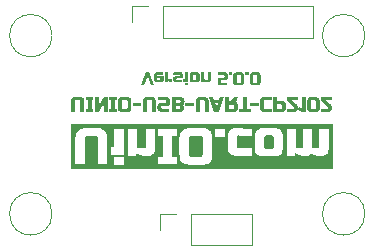
<source format=gbo>
%TF.GenerationSoftware,KiCad,Pcbnew,8.0.6*%
%TF.CreationDate,2024-11-25T12:43:08+08:00*%
%TF.ProjectId,UINIO-USB-UART-CP2102,55494e49-4f2d-4555-9342-2d554152542d,Version 5.0.0*%
%TF.SameCoordinates,PX8203930PY518daf8*%
%TF.FileFunction,Legend,Bot*%
%TF.FilePolarity,Positive*%
%FSLAX46Y46*%
G04 Gerber Fmt 4.6, Leading zero omitted, Abs format (unit mm)*
G04 Created by KiCad (PCBNEW 8.0.6) date 2024-11-25 12:43:08*
%MOMM*%
%LPD*%
G01*
G04 APERTURE LIST*
%ADD10C,0.160000*%
%ADD11C,0.125000*%
%ADD12C,0.100000*%
%ADD13C,0.120000*%
%ADD14C,2.200000*%
%ADD15O,1.900000X1.000000*%
%ADD16O,2.100000X1.000000*%
%ADD17C,0.650000*%
%ADD18O,1.700000X1.700000*%
%ADD19R,1.700000X1.700000*%
G04 APERTURE END LIST*
D10*
G36*
X3502630Y-9049615D02*
G01*
X3833090Y-9049615D01*
X3833090Y-8157371D01*
X3830101Y-8091379D01*
X3819059Y-8023278D01*
X3799880Y-7964751D01*
X3767998Y-7909587D01*
X3748072Y-7886694D01*
X3699272Y-7849498D01*
X3637893Y-7822930D01*
X3573867Y-7808400D01*
X3511321Y-7802422D01*
X3477394Y-7801675D01*
X3079640Y-7801675D01*
X3013556Y-7804664D01*
X2945402Y-7815707D01*
X2886879Y-7834886D01*
X2831790Y-7866767D01*
X2808963Y-7886694D01*
X2771767Y-7935606D01*
X2745199Y-7997022D01*
X2730669Y-8061020D01*
X2724692Y-8123496D01*
X2723944Y-8157371D01*
X2723944Y-9049615D01*
X3054405Y-9049615D01*
X3054405Y-8157371D01*
X3069973Y-8096490D01*
X3121561Y-8065636D01*
X3148736Y-8063340D01*
X3408298Y-8063340D01*
X3469374Y-8078859D01*
X3501156Y-8135332D01*
X3502630Y-8157371D01*
X3502630Y-9049615D01*
G37*
G36*
X4604565Y-7819100D02*
G01*
X3962571Y-7819100D01*
X3962571Y-8080464D01*
X4118188Y-8080464D01*
X4118188Y-8788250D01*
X3962571Y-8788250D01*
X3962571Y-9049615D01*
X4604565Y-9049615D01*
X4604565Y-8788250D01*
X4448949Y-8788250D01*
X4448949Y-8080464D01*
X4604565Y-8080464D01*
X4604565Y-7819100D01*
G37*
G36*
X5811347Y-7819100D02*
G01*
X5467368Y-7819100D01*
X5067210Y-8519375D01*
X5067210Y-7819100D01*
X4736750Y-7819100D01*
X4736750Y-9049615D01*
X5080729Y-9049615D01*
X5480586Y-8349639D01*
X5480586Y-9049615D01*
X5811347Y-9049615D01*
X5811347Y-7819100D01*
G37*
G36*
X6583724Y-7819100D02*
G01*
X5941729Y-7819100D01*
X5941729Y-8080464D01*
X6097346Y-8080464D01*
X6097346Y-8788250D01*
X5941729Y-8788250D01*
X5941729Y-9049615D01*
X6583724Y-9049615D01*
X6583724Y-8788250D01*
X6428107Y-8788250D01*
X6428107Y-8080464D01*
X6583724Y-8080464D01*
X6583724Y-7819100D01*
G37*
G36*
X7503285Y-7802422D02*
G01*
X7565830Y-7808400D01*
X7629857Y-7822930D01*
X7691236Y-7849498D01*
X7740035Y-7886694D01*
X7759962Y-7909587D01*
X7791844Y-7964751D01*
X7811023Y-8023278D01*
X7822065Y-8091379D01*
X7825054Y-8157371D01*
X7825054Y-8711343D01*
X7824307Y-8745216D01*
X7818329Y-8807670D01*
X7803799Y-8871616D01*
X7777231Y-8932939D01*
X7740035Y-8981720D01*
X7717208Y-9001716D01*
X7662119Y-9033711D01*
X7603596Y-9052958D01*
X7535442Y-9064039D01*
X7469358Y-9067039D01*
X7036755Y-9067039D01*
X7002880Y-9066289D01*
X6940404Y-9060290D01*
X6876407Y-9045709D01*
X6814990Y-9019047D01*
X6766078Y-8981720D01*
X6746152Y-8958897D01*
X6714270Y-8903846D01*
X6695091Y-8845387D01*
X6684048Y-8777325D01*
X6681060Y-8711343D01*
X6681060Y-8157371D01*
X7011821Y-8157371D01*
X7011821Y-8711343D01*
X7013294Y-8733382D01*
X7045076Y-8789855D01*
X7106152Y-8805374D01*
X7400262Y-8805374D01*
X7427437Y-8803078D01*
X7479025Y-8772224D01*
X7494593Y-8711343D01*
X7494593Y-8157371D01*
X7493119Y-8135332D01*
X7461338Y-8078859D01*
X7400262Y-8063340D01*
X7106152Y-8063340D01*
X7078976Y-8065636D01*
X7027389Y-8096490D01*
X7011821Y-8157371D01*
X6681060Y-8157371D01*
X6681807Y-8123496D01*
X6687785Y-8061020D01*
X6702314Y-7997022D01*
X6728882Y-7935606D01*
X6766078Y-7886694D01*
X6788971Y-7866767D01*
X6844135Y-7834886D01*
X6902662Y-7815707D01*
X6970763Y-7804664D01*
X7036755Y-7801675D01*
X7469358Y-7801675D01*
X7503285Y-7802422D01*
G37*
G36*
X7920887Y-8303675D02*
G01*
X7920887Y-8565039D01*
X8649403Y-8565039D01*
X8649403Y-8303675D01*
X7920887Y-8303675D01*
G37*
G36*
X9560272Y-9049615D02*
G01*
X9890733Y-9049615D01*
X9890733Y-8157371D01*
X9887744Y-8091379D01*
X9876702Y-8023278D01*
X9857523Y-7964751D01*
X9825641Y-7909587D01*
X9805714Y-7886694D01*
X9756915Y-7849498D01*
X9695536Y-7822930D01*
X9631509Y-7808400D01*
X9568964Y-7802422D01*
X9535037Y-7801675D01*
X9137283Y-7801675D01*
X9071199Y-7804664D01*
X9003045Y-7815707D01*
X8944522Y-7834886D01*
X8889433Y-7866767D01*
X8866606Y-7886694D01*
X8829410Y-7935606D01*
X8802842Y-7997022D01*
X8788312Y-8061020D01*
X8782334Y-8123496D01*
X8781587Y-8157371D01*
X8781587Y-9049615D01*
X9112048Y-9049615D01*
X9112048Y-8157371D01*
X9127616Y-8096490D01*
X9179204Y-8065636D01*
X9206379Y-8063340D01*
X9465941Y-8063340D01*
X9527017Y-8078859D01*
X9558798Y-8135332D01*
X9560272Y-8157371D01*
X9560272Y-9049615D01*
G37*
G36*
X10035835Y-8089777D02*
G01*
X10123800Y-8085052D01*
X10206204Y-8080792D01*
X10283048Y-8076997D01*
X10354331Y-8073667D01*
X10420053Y-8070801D01*
X10480214Y-8068400D01*
X10551780Y-8065922D01*
X10613459Y-8064269D01*
X10676657Y-8063366D01*
X10687443Y-8063340D01*
X10743622Y-8083768D01*
X10764351Y-8140247D01*
X10764351Y-8286251D01*
X10375909Y-8286251D01*
X10309825Y-8289240D01*
X10241671Y-8300282D01*
X10183148Y-8319461D01*
X10128059Y-8351343D01*
X10105232Y-8371269D01*
X10068036Y-8420068D01*
X10041468Y-8481448D01*
X10026938Y-8545474D01*
X10020961Y-8608020D01*
X10020213Y-8641946D01*
X10020213Y-8693919D01*
X10023202Y-8760003D01*
X10034245Y-8828157D01*
X10053424Y-8886680D01*
X10085306Y-8941769D01*
X10105232Y-8964596D01*
X10154031Y-9001792D01*
X10215410Y-9028360D01*
X10279437Y-9042889D01*
X10341983Y-9048867D01*
X10375909Y-9049615D01*
X10992969Y-9049615D01*
X10992969Y-8788250D01*
X10445005Y-8788250D01*
X10384124Y-8772682D01*
X10353270Y-8721094D01*
X10350974Y-8693919D01*
X10350974Y-8659371D01*
X10366493Y-8598295D01*
X10422967Y-8566513D01*
X10445005Y-8565039D01*
X10756540Y-8565039D01*
X10818343Y-8562135D01*
X10882357Y-8551404D01*
X10944848Y-8529460D01*
X10995962Y-8497188D01*
X11012196Y-8482424D01*
X11052132Y-8428922D01*
X11076658Y-8369274D01*
X11089648Y-8307749D01*
X11094730Y-8237513D01*
X11094811Y-8226768D01*
X11094811Y-8140247D01*
X11091907Y-8078332D01*
X11081176Y-8014186D01*
X11059232Y-7951544D01*
X11026960Y-7900280D01*
X11012196Y-7883990D01*
X10958694Y-7844199D01*
X10899046Y-7819762D01*
X10837521Y-7806820D01*
X10767285Y-7801756D01*
X10756540Y-7801675D01*
X10694440Y-7802101D01*
X10629996Y-7803379D01*
X10569379Y-7805280D01*
X10410157Y-7812190D01*
X10343084Y-7815732D01*
X10274574Y-7819822D01*
X10204628Y-7824462D01*
X10133246Y-7829652D01*
X10072663Y-7834396D01*
X10035835Y-7837425D01*
X10035835Y-8089777D01*
G37*
G36*
X11990007Y-7819180D02*
G01*
X12060357Y-7824244D01*
X12121966Y-7837186D01*
X12181674Y-7861623D01*
X12235200Y-7901414D01*
X12249965Y-7917702D01*
X12282236Y-7968933D01*
X12304181Y-8031504D01*
X12314911Y-8095557D01*
X12317816Y-8157371D01*
X12317798Y-8161897D01*
X12313309Y-8225641D01*
X12299790Y-8285049D01*
X12274050Y-8346404D01*
X12236958Y-8402300D01*
X12191679Y-8443026D01*
X12130955Y-8470708D01*
X12179211Y-8505360D01*
X12218978Y-8554524D01*
X12245660Y-8605439D01*
X12261266Y-8665655D01*
X12265843Y-8728467D01*
X12261890Y-8795253D01*
X12247690Y-8861970D01*
X12223164Y-8918435D01*
X12183228Y-8969703D01*
X12172583Y-8979380D01*
X12115881Y-9015200D01*
X12053389Y-9036426D01*
X11989375Y-9046805D01*
X11927572Y-9049615D01*
X11225794Y-9049615D01*
X11225794Y-8788250D01*
X11556254Y-8788250D01*
X11841051Y-8788250D01*
X11863090Y-8786776D01*
X11919563Y-8754995D01*
X11935082Y-8693919D01*
X11935082Y-8659371D01*
X11932787Y-8632195D01*
X11901933Y-8580608D01*
X11841051Y-8565039D01*
X11556254Y-8565039D01*
X11556254Y-8788250D01*
X11225794Y-8788250D01*
X11225794Y-8303675D01*
X11556254Y-8303675D01*
X11892723Y-8303675D01*
X11919899Y-8301372D01*
X11971486Y-8270419D01*
X11987055Y-8209343D01*
X11987055Y-8174795D01*
X11984752Y-8147620D01*
X11953799Y-8096032D01*
X11892723Y-8080464D01*
X11556254Y-8080464D01*
X11556254Y-8303675D01*
X11225794Y-8303675D01*
X11225794Y-7819100D01*
X11979244Y-7819100D01*
X11990007Y-7819180D01*
G37*
G36*
X12395924Y-8303675D02*
G01*
X12395924Y-8565039D01*
X13124440Y-8565039D01*
X13124440Y-8303675D01*
X12395924Y-8303675D01*
G37*
G36*
X14035309Y-9049615D02*
G01*
X14365770Y-9049615D01*
X14365770Y-8157371D01*
X14362781Y-8091379D01*
X14351739Y-8023278D01*
X14332560Y-7964751D01*
X14300678Y-7909587D01*
X14280751Y-7886694D01*
X14231952Y-7849498D01*
X14170573Y-7822930D01*
X14106546Y-7808400D01*
X14044001Y-7802422D01*
X14010074Y-7801675D01*
X13612320Y-7801675D01*
X13546236Y-7804664D01*
X13478082Y-7815707D01*
X13419559Y-7834886D01*
X13364470Y-7866767D01*
X13341643Y-7886694D01*
X13304447Y-7935606D01*
X13277879Y-7997022D01*
X13263349Y-8061020D01*
X13257371Y-8123496D01*
X13256624Y-8157371D01*
X13256624Y-9049615D01*
X13587085Y-9049615D01*
X13587085Y-8157371D01*
X13602653Y-8096490D01*
X13654241Y-8065636D01*
X13681416Y-8063340D01*
X13940978Y-8063340D01*
X14002054Y-8078859D01*
X14033835Y-8135332D01*
X14035309Y-8157371D01*
X14035309Y-9049615D01*
G37*
G36*
X14823908Y-8035401D02*
G01*
X15243293Y-8035401D01*
X15321101Y-7819100D01*
X15678900Y-7819100D01*
X15213251Y-9049615D01*
X14853950Y-9049615D01*
X14562390Y-8279641D01*
X14908627Y-8279641D01*
X15033601Y-8646753D01*
X15158575Y-8279641D01*
X14908627Y-8279641D01*
X14562390Y-8279641D01*
X14388001Y-7819100D01*
X14746100Y-7819100D01*
X14823908Y-8035401D01*
G37*
G36*
X16066140Y-8182606D02*
G01*
X16293256Y-8182606D01*
X16492133Y-7819100D01*
X16851735Y-7819100D01*
X16633631Y-8203035D01*
X16688821Y-8223747D01*
X16739094Y-8259678D01*
X16778433Y-8309383D01*
X16799988Y-8354671D01*
X16816876Y-8415136D01*
X16825344Y-8477342D01*
X16827701Y-8538302D01*
X16827701Y-8693919D01*
X16826954Y-8727845D01*
X16820976Y-8790391D01*
X16806447Y-8854417D01*
X16779878Y-8915797D01*
X16742683Y-8964596D01*
X16719856Y-8984522D01*
X16664766Y-9016404D01*
X16606244Y-9035583D01*
X16538089Y-9046626D01*
X16472005Y-9049615D01*
X15735679Y-9049615D01*
X15735679Y-8788250D01*
X16066140Y-8788250D01*
X16402609Y-8788250D01*
X16429784Y-8785947D01*
X16481372Y-8754995D01*
X16496940Y-8693919D01*
X16496940Y-8538302D01*
X16494637Y-8511126D01*
X16463685Y-8459539D01*
X16402609Y-8443970D01*
X16066140Y-8443970D01*
X16066140Y-8788250D01*
X15735679Y-8788250D01*
X15735679Y-7819100D01*
X16066140Y-7819100D01*
X16066140Y-8182606D01*
G37*
G36*
X17582053Y-7819100D02*
G01*
X17251292Y-7819100D01*
X17251292Y-8788250D01*
X16888085Y-8788250D01*
X16888085Y-9049615D01*
X17945559Y-9049615D01*
X17945559Y-8788250D01*
X17582053Y-8788250D01*
X17582053Y-7819100D01*
G37*
G36*
X17886377Y-8303675D02*
G01*
X17886377Y-8565039D01*
X18614892Y-8565039D01*
X18614892Y-8303675D01*
X17886377Y-8303675D01*
G37*
G36*
X19700605Y-7837425D02*
G01*
X19627766Y-7831036D01*
X19557394Y-7825276D01*
X19489487Y-7820144D01*
X19424046Y-7815640D01*
X19361072Y-7811765D01*
X19300564Y-7808518D01*
X19223722Y-7805166D01*
X19151265Y-7802932D01*
X19083192Y-7801815D01*
X19050800Y-7801675D01*
X18988884Y-7804569D01*
X18924738Y-7815260D01*
X18862096Y-7837125D01*
X18810833Y-7869279D01*
X18794542Y-7883990D01*
X18754752Y-7937661D01*
X18730314Y-7997459D01*
X18717372Y-8059115D01*
X18712308Y-8129483D01*
X18712228Y-8140247D01*
X18712228Y-8693919D01*
X18715217Y-8760003D01*
X18726259Y-8828157D01*
X18745438Y-8886680D01*
X18777320Y-8941769D01*
X18797246Y-8964596D01*
X18846158Y-9001792D01*
X18907575Y-9028360D01*
X18971573Y-9042889D01*
X19034048Y-9048867D01*
X19067923Y-9049615D01*
X19700605Y-9049615D01*
X19700605Y-8788250D01*
X19137320Y-8788250D01*
X19076244Y-8772682D01*
X19045292Y-8721094D01*
X19042989Y-8693919D01*
X19042989Y-8140247D01*
X19063417Y-8083768D01*
X19118394Y-8063340D01*
X19180088Y-8063935D01*
X19195902Y-8064241D01*
X19256947Y-8065764D01*
X19285727Y-8066645D01*
X19347367Y-8069010D01*
X19379758Y-8070250D01*
X19441998Y-8073323D01*
X19502629Y-8077159D01*
X19565816Y-8081327D01*
X19628604Y-8085317D01*
X19692991Y-8089310D01*
X19700605Y-8089777D01*
X19700605Y-7837425D01*
G37*
G36*
X20144624Y-8165182D02*
G01*
X20550490Y-8165182D01*
X20584416Y-8165929D01*
X20646962Y-8171907D01*
X20710988Y-8186436D01*
X20772368Y-8213005D01*
X20821167Y-8250200D01*
X20841093Y-8273027D01*
X20872975Y-8328117D01*
X20892154Y-8386639D01*
X20903197Y-8454794D01*
X20906185Y-8520878D01*
X20906185Y-8693919D01*
X20905438Y-8727845D01*
X20899460Y-8790391D01*
X20884931Y-8854417D01*
X20858363Y-8915797D01*
X20821167Y-8964596D01*
X20798340Y-8984522D01*
X20743251Y-9016404D01*
X20684728Y-9035583D01*
X20616574Y-9046626D01*
X20550490Y-9049615D01*
X19814163Y-9049615D01*
X19814163Y-8788250D01*
X20144624Y-8788250D01*
X20481093Y-8788250D01*
X20508269Y-8785947D01*
X20559856Y-8754995D01*
X20575424Y-8693919D01*
X20575424Y-8520878D01*
X20573121Y-8493702D01*
X20542169Y-8442114D01*
X20481093Y-8426546D01*
X20144624Y-8426546D01*
X20144624Y-8788250D01*
X19814163Y-8788250D01*
X19814163Y-7819100D01*
X20144624Y-7819100D01*
X20144624Y-8165182D01*
G37*
G36*
X21920699Y-8659371D02*
G01*
X21914575Y-8594995D01*
X21896204Y-8534616D01*
X21865584Y-8478233D01*
X21822716Y-8425847D01*
X21792721Y-8397706D01*
X21744622Y-8358358D01*
X21708904Y-8331313D01*
X21361019Y-8080464D01*
X21920699Y-8080464D01*
X21920699Y-7819100D01*
X20966870Y-7819100D01*
X20966870Y-8162178D01*
X21589938Y-8612205D01*
X21589938Y-8693919D01*
X21574370Y-8754995D01*
X21522783Y-8785947D01*
X21495607Y-8788250D01*
X21001418Y-8788250D01*
X21001418Y-9049615D01*
X21565004Y-9049615D01*
X21630985Y-9046626D01*
X21699047Y-9035583D01*
X21757506Y-9016404D01*
X21812558Y-8984522D01*
X21835381Y-8964596D01*
X21872708Y-8915797D01*
X21899370Y-8854417D01*
X21913951Y-8790391D01*
X21919950Y-8727845D01*
X21920699Y-8693919D01*
X21920699Y-8659371D01*
G37*
G36*
X22233135Y-7819100D02*
G01*
X22233135Y-8758208D01*
X22038464Y-8690614D01*
X21944733Y-8906615D01*
X22275494Y-9049615D01*
X22563896Y-9049615D01*
X22563896Y-7819100D01*
X22233135Y-7819100D01*
G37*
G36*
X23432386Y-7802422D02*
G01*
X23494931Y-7808400D01*
X23558958Y-7822930D01*
X23620337Y-7849498D01*
X23669136Y-7886694D01*
X23689062Y-7909587D01*
X23720944Y-7964751D01*
X23740123Y-8023278D01*
X23751166Y-8091379D01*
X23754155Y-8157371D01*
X23754155Y-8711343D01*
X23753408Y-8745216D01*
X23747430Y-8807670D01*
X23732900Y-8871616D01*
X23706332Y-8932939D01*
X23669136Y-8981720D01*
X23646309Y-9001716D01*
X23591220Y-9033711D01*
X23532697Y-9052958D01*
X23464543Y-9064039D01*
X23398459Y-9067039D01*
X23069501Y-9067039D01*
X23035625Y-9066289D01*
X22973150Y-9060290D01*
X22909152Y-9045709D01*
X22847735Y-9019047D01*
X22798823Y-8981720D01*
X22778897Y-8958897D01*
X22747015Y-8903846D01*
X22727836Y-8845387D01*
X22716794Y-8777325D01*
X22713805Y-8711343D01*
X22713805Y-8157371D01*
X23044566Y-8157371D01*
X23044566Y-8711343D01*
X23046040Y-8733382D01*
X23077821Y-8789855D01*
X23138897Y-8805374D01*
X23329062Y-8805374D01*
X23356238Y-8803078D01*
X23407825Y-8772224D01*
X23423394Y-8711343D01*
X23423394Y-8157371D01*
X23421920Y-8135332D01*
X23390138Y-8078859D01*
X23329062Y-8063340D01*
X23138897Y-8063340D01*
X23111722Y-8065636D01*
X23060134Y-8096490D01*
X23044566Y-8157371D01*
X22713805Y-8157371D01*
X22714552Y-8123496D01*
X22720530Y-8061020D01*
X22735059Y-7997022D01*
X22761628Y-7935606D01*
X22798823Y-7886694D01*
X22821716Y-7866767D01*
X22876881Y-7834886D01*
X22935407Y-7815707D01*
X23003508Y-7804664D01*
X23069501Y-7801675D01*
X23398459Y-7801675D01*
X23432386Y-7802422D01*
G37*
G36*
X24786694Y-8659371D02*
G01*
X24780570Y-8594995D01*
X24762198Y-8534616D01*
X24731578Y-8478233D01*
X24688710Y-8425847D01*
X24658715Y-8397706D01*
X24610616Y-8358358D01*
X24574899Y-8331313D01*
X24227014Y-8080464D01*
X24786694Y-8080464D01*
X24786694Y-7819100D01*
X23832864Y-7819100D01*
X23832864Y-8162178D01*
X24455933Y-8612205D01*
X24455933Y-8693919D01*
X24440364Y-8754995D01*
X24388777Y-8785947D01*
X24361601Y-8788250D01*
X23867413Y-8788250D01*
X23867413Y-9049615D01*
X24430998Y-9049615D01*
X24496980Y-9046626D01*
X24565042Y-9035583D01*
X24623501Y-9016404D01*
X24678553Y-8984522D01*
X24701375Y-8964596D01*
X24738702Y-8915797D01*
X24765364Y-8854417D01*
X24779945Y-8790391D01*
X24785944Y-8727845D01*
X24786694Y-8693919D01*
X24786694Y-8659371D01*
G37*
D11*
G36*
X9189424Y-6042087D02*
G01*
X9452449Y-6800265D01*
X9754162Y-6800265D01*
X9344176Y-5717000D01*
X9034672Y-5717000D01*
X8624417Y-6800265D01*
X8926399Y-6800265D01*
X9189424Y-6042087D01*
G37*
G36*
X10011258Y-5701539D02*
G01*
X10073773Y-5702512D01*
X10138018Y-5704460D01*
X10203993Y-5707382D01*
X10271697Y-5711278D01*
X10341131Y-5716147D01*
X10412294Y-5721991D01*
X10466801Y-5727013D01*
X10522281Y-5732582D01*
X10522281Y-5926023D01*
X10450623Y-5920544D01*
X10383414Y-5915796D01*
X10320655Y-5911779D01*
X10262346Y-5908492D01*
X10195717Y-5905410D01*
X10136041Y-5903470D01*
X10073607Y-5902648D01*
X10034919Y-5917963D01*
X10019337Y-5956919D01*
X10019337Y-6018713D01*
X10553447Y-6018713D01*
X10553447Y-6305112D01*
X10552868Y-6326430D01*
X10544190Y-6385057D01*
X10522335Y-6440827D01*
X10487623Y-6486731D01*
X10465827Y-6505694D01*
X10414875Y-6533977D01*
X10360628Y-6548440D01*
X10305736Y-6552554D01*
X9996231Y-6552554D01*
X9968000Y-6551526D01*
X9910221Y-6541691D01*
X9860390Y-6521442D01*
X9814344Y-6486731D01*
X9795381Y-6465012D01*
X9767097Y-6414175D01*
X9752634Y-6359987D01*
X9748520Y-6305112D01*
X9748520Y-6297321D01*
X10019337Y-6297321D01*
X10031216Y-6339562D01*
X10081399Y-6359114D01*
X10220568Y-6359114D01*
X10260751Y-6348916D01*
X10282630Y-6297321D01*
X10282630Y-6212153D01*
X10019337Y-6212153D01*
X10019337Y-6297321D01*
X9748520Y-6297321D01*
X9748520Y-5933545D01*
X9749077Y-5914212D01*
X9757436Y-5860577D01*
X9778489Y-5808659D01*
X9811926Y-5764822D01*
X9824228Y-5753491D01*
X9870489Y-5723770D01*
X9924831Y-5706432D01*
X9980648Y-5701417D01*
X10011258Y-5701539D01*
G37*
G36*
X11159291Y-6312903D02*
G01*
X11103944Y-6309227D01*
X11047619Y-6298197D01*
X10990317Y-6279814D01*
X10958060Y-6266424D01*
X10958060Y-5717000D01*
X10687243Y-5717000D01*
X10687243Y-6537240D01*
X10927163Y-6537240D01*
X10942477Y-6436490D01*
X10992874Y-6475934D01*
X11044121Y-6507217D01*
X11096218Y-6530339D01*
X11149166Y-6545300D01*
X11202963Y-6552101D01*
X11221085Y-6552554D01*
X11290669Y-6552554D01*
X11290669Y-6312903D01*
X11159291Y-6312903D01*
G37*
G36*
X11364553Y-5933545D02*
G01*
X11422273Y-5929416D01*
X11477654Y-5925693D01*
X11547860Y-5921361D01*
X11613911Y-5917751D01*
X11675805Y-5914862D01*
X11733543Y-5912696D01*
X11799872Y-5911004D01*
X11859706Y-5910440D01*
X11898394Y-5925754D01*
X11913977Y-5964711D01*
X11913977Y-6018713D01*
X11581099Y-6018713D01*
X11525281Y-6023728D01*
X11470939Y-6041066D01*
X11424678Y-6070787D01*
X11412376Y-6082118D01*
X11378939Y-6125955D01*
X11357887Y-6177873D01*
X11349527Y-6231508D01*
X11348970Y-6250841D01*
X11348970Y-6305112D01*
X11353986Y-6360908D01*
X11371323Y-6415176D01*
X11401044Y-6461312D01*
X11412376Y-6473566D01*
X11456212Y-6507144D01*
X11508130Y-6528286D01*
X11561766Y-6536681D01*
X11581099Y-6537240D01*
X12107418Y-6537240D01*
X12107418Y-6336009D01*
X11674057Y-6336009D01*
X11635101Y-6320426D01*
X11619787Y-6281738D01*
X11635101Y-6243050D01*
X11674057Y-6227736D01*
X11952665Y-6227736D01*
X12008461Y-6222699D01*
X12062730Y-6205288D01*
X12108865Y-6175441D01*
X12121120Y-6164062D01*
X12154698Y-6120366D01*
X12175839Y-6068538D01*
X12184234Y-6014938D01*
X12184794Y-5995607D01*
X12184794Y-5933545D01*
X12179757Y-5877728D01*
X12162346Y-5823386D01*
X12132499Y-5777125D01*
X12121120Y-5764822D01*
X12077424Y-5731386D01*
X12025596Y-5710333D01*
X11971996Y-5701974D01*
X11952665Y-5701417D01*
X11883530Y-5701904D01*
X11813143Y-5703365D01*
X11741505Y-5705799D01*
X11686956Y-5708265D01*
X11631704Y-5711278D01*
X11575747Y-5714839D01*
X11519087Y-5718947D01*
X11461723Y-5723604D01*
X11403655Y-5728808D01*
X11364553Y-5732582D01*
X11364553Y-5933545D01*
G37*
G36*
X12613855Y-6506344D02*
G01*
X12613855Y-5717000D01*
X12343039Y-5717000D01*
X12343039Y-6297321D01*
X12226974Y-6297321D01*
X12226974Y-6506344D01*
X12613855Y-6506344D01*
G37*
G36*
X12343039Y-6815848D02*
G01*
X12613855Y-6815848D01*
X12613855Y-6599034D01*
X12343039Y-6599034D01*
X12343039Y-6815848D01*
G37*
G36*
X13375082Y-5701995D02*
G01*
X13433710Y-5710673D01*
X13489479Y-5732529D01*
X13535383Y-5767240D01*
X13554346Y-5789037D01*
X13582630Y-5839989D01*
X13597093Y-5894236D01*
X13601207Y-5949128D01*
X13601207Y-6305112D01*
X13600628Y-6326430D01*
X13591950Y-6385057D01*
X13570095Y-6440827D01*
X13535383Y-6486731D01*
X13513664Y-6505694D01*
X13462827Y-6533977D01*
X13408640Y-6548440D01*
X13353764Y-6552554D01*
X12997780Y-6552554D01*
X12969549Y-6551526D01*
X12911770Y-6541691D01*
X12861939Y-6521442D01*
X12815893Y-6486731D01*
X12796930Y-6465012D01*
X12768646Y-6414175D01*
X12754183Y-6359987D01*
X12750069Y-6305112D01*
X12750069Y-5972233D01*
X13020886Y-5972233D01*
X13020886Y-6281738D01*
X13032765Y-6324163D01*
X13082948Y-6343800D01*
X13268597Y-6343800D01*
X13310838Y-6331921D01*
X13330390Y-6281738D01*
X13330390Y-5972233D01*
X13320192Y-5932224D01*
X13268597Y-5910440D01*
X13082948Y-5910440D01*
X13042765Y-5920638D01*
X13020886Y-5972233D01*
X12750069Y-5972233D01*
X12750069Y-5949128D01*
X12751098Y-5920897D01*
X12760933Y-5863117D01*
X12781181Y-5813286D01*
X12815893Y-5767240D01*
X12837689Y-5748277D01*
X12888641Y-5719994D01*
X12942888Y-5705531D01*
X12997780Y-5701417D01*
X13353764Y-5701417D01*
X13375082Y-5701995D01*
G37*
G36*
X14191468Y-6328217D02*
G01*
X14132561Y-6324566D01*
X14074546Y-6314911D01*
X14018698Y-6301062D01*
X14005819Y-6297321D01*
X14005819Y-5717000D01*
X13735003Y-5717000D01*
X13735003Y-6537240D01*
X13974923Y-6537240D01*
X13990237Y-6459864D01*
X14040737Y-6489726D01*
X14092127Y-6513557D01*
X14139616Y-6529986D01*
X14193681Y-6543739D01*
X14248257Y-6551761D01*
X14268845Y-6552554D01*
X14338429Y-6552554D01*
X14394355Y-6547539D01*
X14448718Y-6530201D01*
X14494895Y-6500480D01*
X14507152Y-6489149D01*
X14540589Y-6445427D01*
X14561641Y-6393520D01*
X14570000Y-6339805D01*
X14570558Y-6320426D01*
X14570558Y-5717000D01*
X14299741Y-5717000D01*
X14299741Y-6274215D01*
X14284159Y-6312635D01*
X14245739Y-6328217D01*
X14191468Y-6328217D01*
G37*
G36*
X15692512Y-5701417D02*
G01*
X15627028Y-5701904D01*
X15559807Y-5703365D01*
X15490848Y-5705799D01*
X15420150Y-5709208D01*
X15365987Y-5712404D01*
X15310846Y-5716147D01*
X15254727Y-5720439D01*
X15197631Y-5725278D01*
X15139557Y-5730665D01*
X15119982Y-5732582D01*
X15119982Y-5941337D01*
X15182586Y-5937207D01*
X15242145Y-5933484D01*
X15298657Y-5930167D01*
X15369268Y-5926377D01*
X15434464Y-5923308D01*
X15494245Y-5920961D01*
X15548610Y-5919337D01*
X15608951Y-5918321D01*
X15630718Y-5918231D01*
X15683082Y-5935221D01*
X15687138Y-5938919D01*
X15707910Y-5989037D01*
X15708094Y-5995607D01*
X15708094Y-6072983D01*
X15697110Y-6125755D01*
X15651357Y-6161238D01*
X15615136Y-6165674D01*
X15166461Y-6165674D01*
X15166461Y-6800265D01*
X15909326Y-6800265D01*
X15909326Y-6583720D01*
X15445069Y-6583720D01*
X15445069Y-6382488D01*
X15692512Y-6382488D01*
X15746602Y-6380061D01*
X15802545Y-6371092D01*
X15857034Y-6352752D01*
X15906291Y-6321802D01*
X15915505Y-6313441D01*
X15949922Y-6269057D01*
X15973075Y-6213282D01*
X15984199Y-6154142D01*
X15986702Y-6103880D01*
X15986702Y-5995607D01*
X15984199Y-5941517D01*
X15974952Y-5885574D01*
X15956040Y-5831085D01*
X15924127Y-5781828D01*
X15915505Y-5772614D01*
X15869082Y-5738197D01*
X15817111Y-5717061D01*
X15763373Y-5705867D01*
X15701920Y-5701486D01*
X15692512Y-5701417D01*
G37*
G36*
X16058705Y-5949128D02*
G01*
X16337313Y-5949128D01*
X16337313Y-5717000D01*
X16058705Y-5717000D01*
X16058705Y-5949128D01*
G37*
G36*
X17067370Y-5701704D02*
G01*
X17123097Y-5706018D01*
X17180186Y-5717592D01*
X17234977Y-5739446D01*
X17283290Y-5775032D01*
X17296446Y-5789614D01*
X17325201Y-5836118D01*
X17344755Y-5893705D01*
X17354317Y-5953185D01*
X17356905Y-6010921D01*
X17356905Y-6506344D01*
X17356617Y-6526282D01*
X17352304Y-6581940D01*
X17340729Y-6638995D01*
X17318875Y-6693812D01*
X17283290Y-6742233D01*
X17268753Y-6755389D01*
X17222324Y-6784145D01*
X17164746Y-6803699D01*
X17105218Y-6813260D01*
X17047400Y-6815848D01*
X16753210Y-6815848D01*
X16733272Y-6815561D01*
X16677613Y-6811247D01*
X16620558Y-6799673D01*
X16565741Y-6777819D01*
X16517320Y-6742233D01*
X16504164Y-6727651D01*
X16475408Y-6681147D01*
X16455854Y-6623560D01*
X16446293Y-6564080D01*
X16443705Y-6506344D01*
X16443705Y-6010921D01*
X16722313Y-6010921D01*
X16722313Y-6506344D01*
X16726761Y-6542460D01*
X16762347Y-6588081D01*
X16815272Y-6599034D01*
X16985338Y-6599034D01*
X17021559Y-6594598D01*
X17067312Y-6559115D01*
X17078297Y-6506344D01*
X17078297Y-6010921D01*
X17073849Y-5974805D01*
X17038263Y-5929184D01*
X16985338Y-5918231D01*
X16815272Y-5918231D01*
X16779050Y-5922667D01*
X16733297Y-5958150D01*
X16722313Y-6010921D01*
X16443705Y-6010921D01*
X16443993Y-5990983D01*
X16448306Y-5935325D01*
X16459880Y-5878270D01*
X16481735Y-5823453D01*
X16517320Y-5775032D01*
X16531902Y-5761876D01*
X16578406Y-5733120D01*
X16635994Y-5713566D01*
X16695473Y-5704005D01*
X16753210Y-5701417D01*
X17047400Y-5701417D01*
X17067370Y-5701704D01*
G37*
G36*
X17460073Y-5949128D02*
G01*
X17738681Y-5949128D01*
X17738681Y-5717000D01*
X17460073Y-5717000D01*
X17460073Y-5949128D01*
G37*
G36*
X18468737Y-5701704D02*
G01*
X18524465Y-5706018D01*
X18581553Y-5717592D01*
X18636345Y-5739446D01*
X18684658Y-5775032D01*
X18697813Y-5789614D01*
X18726569Y-5836118D01*
X18746123Y-5893705D01*
X18755684Y-5953185D01*
X18758272Y-6010921D01*
X18758272Y-6506344D01*
X18757985Y-6526282D01*
X18753671Y-6581940D01*
X18742097Y-6638995D01*
X18720243Y-6693812D01*
X18684658Y-6742233D01*
X18670121Y-6755389D01*
X18623692Y-6784145D01*
X18566113Y-6803699D01*
X18506586Y-6813260D01*
X18448768Y-6815848D01*
X18154577Y-6815848D01*
X18134639Y-6815561D01*
X18078981Y-6811247D01*
X18021926Y-6799673D01*
X17967109Y-6777819D01*
X17918688Y-6742233D01*
X17905532Y-6727651D01*
X17876776Y-6681147D01*
X17857222Y-6623560D01*
X17847661Y-6564080D01*
X17845073Y-6506344D01*
X17845073Y-6010921D01*
X18123681Y-6010921D01*
X18123681Y-6506344D01*
X18128129Y-6542460D01*
X18163715Y-6588081D01*
X18216639Y-6599034D01*
X18386706Y-6599034D01*
X18422927Y-6594598D01*
X18468680Y-6559115D01*
X18479665Y-6506344D01*
X18479665Y-6010921D01*
X18475216Y-5974805D01*
X18439631Y-5929184D01*
X18386706Y-5918231D01*
X18216639Y-5918231D01*
X18180418Y-5922667D01*
X18134665Y-5958150D01*
X18123681Y-6010921D01*
X17845073Y-6010921D01*
X17845360Y-5990983D01*
X17849674Y-5935325D01*
X17861248Y-5878270D01*
X17883102Y-5823453D01*
X17918688Y-5775032D01*
X17933270Y-5761876D01*
X17979774Y-5733120D01*
X18037361Y-5713566D01*
X18096841Y-5704005D01*
X18154577Y-5701417D01*
X18448768Y-5701417D01*
X18468737Y-5701704D01*
G37*
D10*
G36*
X13791449Y-11123559D02*
G01*
X13868965Y-11261299D01*
X13872560Y-11315052D01*
X13872560Y-12666203D01*
X13834589Y-12814695D01*
X13708766Y-12889948D01*
X13642484Y-12895547D01*
X12925142Y-12895547D01*
X12776177Y-12857697D01*
X12698661Y-12719956D01*
X12695066Y-12666203D01*
X12695066Y-11315052D01*
X12733037Y-11166561D01*
X12858861Y-11091307D01*
X12925142Y-11085708D01*
X13642484Y-11085708D01*
X13791449Y-11123559D01*
G37*
G36*
X19840388Y-11133032D02*
G01*
X19854556Y-11209539D01*
X19854556Y-12053642D01*
X19785983Y-12185216D01*
X19709476Y-12199455D01*
X19203161Y-12199455D01*
X19071587Y-12130536D01*
X19057348Y-12053642D01*
X19057348Y-11209539D01*
X19126267Y-11078627D01*
X19203161Y-11064459D01*
X19709476Y-11064459D01*
X19840388Y-11133032D01*
G37*
G36*
X24862697Y-13867087D02*
G01*
X2744671Y-13867087D01*
X2744671Y-13533754D01*
X6373084Y-13533754D01*
X7158569Y-13533754D01*
X7158569Y-12895547D01*
X6373084Y-12895547D01*
X6373084Y-13533754D01*
X2744671Y-13533754D01*
X2744671Y-11315052D01*
X3078004Y-11315052D01*
X3078004Y-13491256D01*
X3884005Y-13491256D01*
X3884005Y-11315052D01*
X3921977Y-11166561D01*
X4047800Y-11091307D01*
X4114082Y-11085708D01*
X4747159Y-11085708D01*
X4896125Y-11123559D01*
X4973641Y-11261299D01*
X4977236Y-11315052D01*
X4977236Y-13491256D01*
X5783237Y-13491256D01*
X5783237Y-12773914D01*
X7525666Y-12773914D01*
X8222491Y-12773914D01*
X8261325Y-12578276D01*
X8396033Y-12655796D01*
X8541869Y-12719097D01*
X8645275Y-12753398D01*
X8795473Y-12791351D01*
X8947523Y-12813490D01*
X9005045Y-12815680D01*
X9194821Y-12815680D01*
X9352473Y-12801422D01*
X9505888Y-12752134D01*
X9636405Y-12667642D01*
X9671095Y-12635429D01*
X9766149Y-12511781D01*
X9825998Y-12365235D01*
X9849762Y-12213766D01*
X9851346Y-12159155D01*
X9851346Y-11127473D01*
X10085087Y-11127473D01*
X10464640Y-11127473D01*
X10464640Y-12853782D01*
X10085087Y-12853782D01*
X10085087Y-13491256D01*
X11650928Y-13491256D01*
X11650928Y-12853782D01*
X11271374Y-12853782D01*
X11271374Y-11315052D01*
X11888332Y-11315052D01*
X11888332Y-12666203D01*
X11895622Y-12827134D01*
X11922554Y-12993139D01*
X11969332Y-13135722D01*
X12047093Y-13269994D01*
X12095694Y-13325659D01*
X12214991Y-13416700D01*
X12364788Y-13481730D01*
X12520880Y-13517293D01*
X12673259Y-13531925D01*
X12755882Y-13533754D01*
X13811011Y-13533754D01*
X13972191Y-13526438D01*
X14138421Y-13499410D01*
X14281160Y-13452467D01*
X14415524Y-13374431D01*
X14471200Y-13325659D01*
X14561921Y-13206682D01*
X14626721Y-13057114D01*
X14662159Y-12901147D01*
X14676739Y-12748820D01*
X14678562Y-12666203D01*
X14678562Y-11315052D01*
X14671991Y-11169972D01*
X14912302Y-11169972D01*
X15719036Y-11169972D01*
X15719036Y-11104026D01*
X15962302Y-11104026D01*
X15962302Y-12074891D01*
X15973934Y-12229176D01*
X16014828Y-12381837D01*
X16085166Y-12512356D01*
X16148415Y-12587069D01*
X16264528Y-12677390D01*
X16402666Y-12738151D01*
X16562829Y-12769353D01*
X16661325Y-12773914D01*
X18035191Y-12773914D01*
X18035191Y-12156957D01*
X16893600Y-12156957D01*
X16762027Y-12088384D01*
X16747787Y-12011877D01*
X16747787Y-11189023D01*
X16764508Y-11146524D01*
X18271863Y-11146524D01*
X18271863Y-11209539D01*
X18271863Y-12117390D01*
X18283495Y-12271675D01*
X18324389Y-12424335D01*
X18394726Y-12554854D01*
X18457976Y-12629567D01*
X18574089Y-12719534D01*
X18712227Y-12780057D01*
X18872389Y-12811136D01*
X18970886Y-12815680D01*
X19941751Y-12815680D01*
X20096036Y-12804048D01*
X20208528Y-12773914D01*
X20958045Y-12773914D01*
X21654870Y-12773914D01*
X21693705Y-12578276D01*
X21828412Y-12655796D01*
X21974248Y-12719097D01*
X22077655Y-12753398D01*
X22227853Y-12791351D01*
X22379902Y-12813490D01*
X22437424Y-12815680D01*
X22479923Y-12815680D01*
X22626162Y-12804004D01*
X22773028Y-12762067D01*
X22912416Y-12678431D01*
X23013349Y-12571681D01*
X23142152Y-12647370D01*
X23282730Y-12709205D01*
X23420746Y-12753398D01*
X23572619Y-12788857D01*
X23725067Y-12810753D01*
X23830341Y-12815680D01*
X23872840Y-12815680D01*
X24030194Y-12801422D01*
X24183552Y-12752134D01*
X24314299Y-12667642D01*
X24349113Y-12635429D01*
X24444167Y-12511781D01*
X24504017Y-12365235D01*
X24527780Y-12213766D01*
X24529364Y-12159155D01*
X24529364Y-10490000D01*
X23743879Y-10490000D01*
X23743879Y-12033126D01*
X23707976Y-12121786D01*
X23619316Y-12156957D01*
X23598066Y-12156957D01*
X23445567Y-12145932D01*
X23299594Y-12119900D01*
X23153535Y-12083379D01*
X23136447Y-12078555D01*
X23136447Y-10490000D01*
X22350962Y-10490000D01*
X22350962Y-12033126D01*
X22315791Y-12121786D01*
X22226399Y-12156957D01*
X22205149Y-12156957D01*
X22052650Y-12145932D01*
X21906677Y-12119900D01*
X21760618Y-12083379D01*
X21743530Y-12078555D01*
X21743530Y-10490000D01*
X20958045Y-10490000D01*
X20958045Y-12773914D01*
X20208528Y-12773914D01*
X20248696Y-12763154D01*
X20379216Y-12692816D01*
X20453928Y-12629567D01*
X20543895Y-12513808D01*
X20604418Y-12375908D01*
X20635497Y-12215868D01*
X20640041Y-12117390D01*
X20640041Y-11146524D01*
X20628409Y-10992193D01*
X20587515Y-10839372D01*
X20517178Y-10708576D01*
X20453928Y-10633614D01*
X20338169Y-10543648D01*
X20200270Y-10483124D01*
X20040229Y-10452045D01*
X19941751Y-10447501D01*
X18970886Y-10447501D01*
X18816555Y-10459133D01*
X18663734Y-10500027D01*
X18532937Y-10570365D01*
X18457976Y-10633614D01*
X18368009Y-10749727D01*
X18307486Y-10887865D01*
X18276406Y-11048028D01*
X18271863Y-11146524D01*
X16764508Y-11146524D01*
X16782958Y-11099630D01*
X16872351Y-11064459D01*
X17028654Y-11066751D01*
X17180670Y-11072164D01*
X17352471Y-11080762D01*
X17504158Y-11089932D01*
X17668506Y-11101141D01*
X17845518Y-11114387D01*
X18035191Y-11129672D01*
X18035191Y-10534696D01*
X17884914Y-10519113D01*
X17738256Y-10505063D01*
X17548342Y-10488714D01*
X17364862Y-10475090D01*
X17187816Y-10464191D01*
X17017205Y-10456016D01*
X16853028Y-10450567D01*
X16695286Y-10447842D01*
X16618827Y-10447501D01*
X16461472Y-10461759D01*
X16308114Y-10511047D01*
X16177368Y-10595540D01*
X16142553Y-10627752D01*
X16047499Y-10751715D01*
X15987650Y-10898290D01*
X15963886Y-11049539D01*
X15962302Y-11104026D01*
X15719036Y-11104026D01*
X15719036Y-10490000D01*
X14912302Y-10490000D01*
X14912302Y-11169972D01*
X14671991Y-11169972D01*
X14671272Y-11154095D01*
X14644339Y-10987995D01*
X14597561Y-10845247D01*
X14519800Y-10710700D01*
X14471200Y-10654863D01*
X14352177Y-10564142D01*
X14202471Y-10499342D01*
X14046309Y-10463904D01*
X13893759Y-10449324D01*
X13811011Y-10447501D01*
X12755882Y-10447501D01*
X12594925Y-10454791D01*
X12428825Y-10481724D01*
X12286077Y-10528502D01*
X12151530Y-10606263D01*
X12095694Y-10654863D01*
X12004973Y-10774161D01*
X11940172Y-10923958D01*
X11904734Y-11080050D01*
X11890154Y-11232429D01*
X11888332Y-11315052D01*
X11271374Y-11315052D01*
X11271374Y-11127473D01*
X11650928Y-11127473D01*
X11650928Y-10490000D01*
X10085087Y-10490000D01*
X10085087Y-11127473D01*
X9851346Y-11127473D01*
X9851346Y-10490000D01*
X9065861Y-10490000D01*
X9065861Y-12033126D01*
X9030690Y-12121786D01*
X8942030Y-12156957D01*
X8794019Y-12156957D01*
X8637785Y-12147693D01*
X8486889Y-12123192D01*
X8343863Y-12088049D01*
X8311151Y-12078555D01*
X8311151Y-10490000D01*
X7525666Y-10490000D01*
X7525666Y-12773914D01*
X5783237Y-12773914D01*
X5783237Y-12072693D01*
X6056545Y-12072693D01*
X6056545Y-12689651D01*
X7158569Y-12689651D01*
X7158569Y-10490000D01*
X6373084Y-10490000D01*
X6373084Y-12072693D01*
X6056545Y-12072693D01*
X5783237Y-12072693D01*
X5783237Y-11315052D01*
X5775947Y-11154095D01*
X5749014Y-10987995D01*
X5702237Y-10845247D01*
X5624476Y-10710700D01*
X5575875Y-10654863D01*
X5456853Y-10564142D01*
X5307147Y-10499342D01*
X5150985Y-10463904D01*
X4998434Y-10449324D01*
X4915687Y-10447501D01*
X3945554Y-10447501D01*
X3784374Y-10454791D01*
X3618144Y-10481724D01*
X3475406Y-10528502D01*
X3341042Y-10606263D01*
X3285366Y-10654863D01*
X3194645Y-10774161D01*
X3129844Y-10923958D01*
X3094406Y-11080050D01*
X3079826Y-11232429D01*
X3078004Y-11315052D01*
X2744671Y-11315052D01*
X2744671Y-10114168D01*
X24862697Y-10114168D01*
X24862697Y-13867087D01*
G37*
D12*
%TO.C,HOLE\u002A\u002A*%
X1100000Y-17700000D02*
G75*
G02*
X-2500000Y-17700000I-1800000J0D01*
G01*
X-2500000Y-17700000D02*
G75*
G02*
X1100000Y-17700000I1800000J0D01*
G01*
X1100000Y-2610000D02*
G75*
G02*
X-2500000Y-2610000I-1800000J0D01*
G01*
X-2500000Y-2610000D02*
G75*
G02*
X1100000Y-2610000I1800000J0D01*
G01*
X27590000Y-2610000D02*
G75*
G02*
X23990000Y-2610000I-1800000J0D01*
G01*
X23990000Y-2610000D02*
G75*
G02*
X27590000Y-2610000I1800000J0D01*
G01*
X27590000Y-17700000D02*
G75*
G02*
X23990000Y-17700000I-1800000J0D01*
G01*
X23990000Y-17700000D02*
G75*
G02*
X27590000Y-17700000I1800000J0D01*
G01*
D13*
%TO.C,J3*%
X23228680Y-140000D02*
X23228680Y-2800000D01*
X10468680Y-140000D02*
X23228680Y-140000D01*
X10468680Y-140000D02*
X10468680Y-2800000D01*
X9198680Y-140000D02*
X7868680Y-140000D01*
X7868680Y-140000D02*
X7868680Y-1470000D01*
X10468680Y-2800000D02*
X23228680Y-2800000D01*
%TO.C,J1*%
X17990000Y-17700000D02*
X17990000Y-20360000D01*
X12850000Y-17700000D02*
X17990000Y-17700000D01*
X12850000Y-17700000D02*
X12850000Y-20360000D01*
X11580000Y-17700000D02*
X10250000Y-17700000D01*
X10250000Y-17700000D02*
X10250000Y-19030000D01*
X12850000Y-20360000D02*
X17990000Y-20360000D01*
%TD*%
%LPC*%
D14*
%TO.C,HOLE\u002A\u002A*%
X-700000Y-17700000D03*
%TD*%
%TO.C,HOLE\u002A\u002A*%
X-700000Y-2610000D03*
%TD*%
%TO.C,HOLE\u002A\u002A*%
X25790000Y-2610000D03*
%TD*%
%TO.C,HOLE\u002A\u002A*%
X25790000Y-17700000D03*
%TD*%
D15*
%TO.C,USB2*%
X-1500000Y-14475000D03*
X-1500000Y-5825000D03*
D16*
X2700000Y-14475000D03*
X2700000Y-5825000D03*
D17*
X2200000Y-13040000D03*
X2200000Y-7260000D03*
%TD*%
D18*
%TO.C,J2*%
X29128680Y-5065000D03*
X29128680Y-7605000D03*
X29128680Y-10145000D03*
X29128680Y-12685000D03*
D19*
X29128680Y-15225000D03*
%TD*%
%TO.C,J3*%
X9198680Y-1470000D03*
D18*
X11738680Y-1470000D03*
X14278680Y-1470000D03*
X16818680Y-1470000D03*
X19358680Y-1470000D03*
X21898680Y-1470000D03*
%TD*%
D19*
%TO.C,J1*%
X11580000Y-19030000D03*
D18*
X14120000Y-19030000D03*
X16660000Y-19030000D03*
%TD*%
%LPD*%
M02*

</source>
